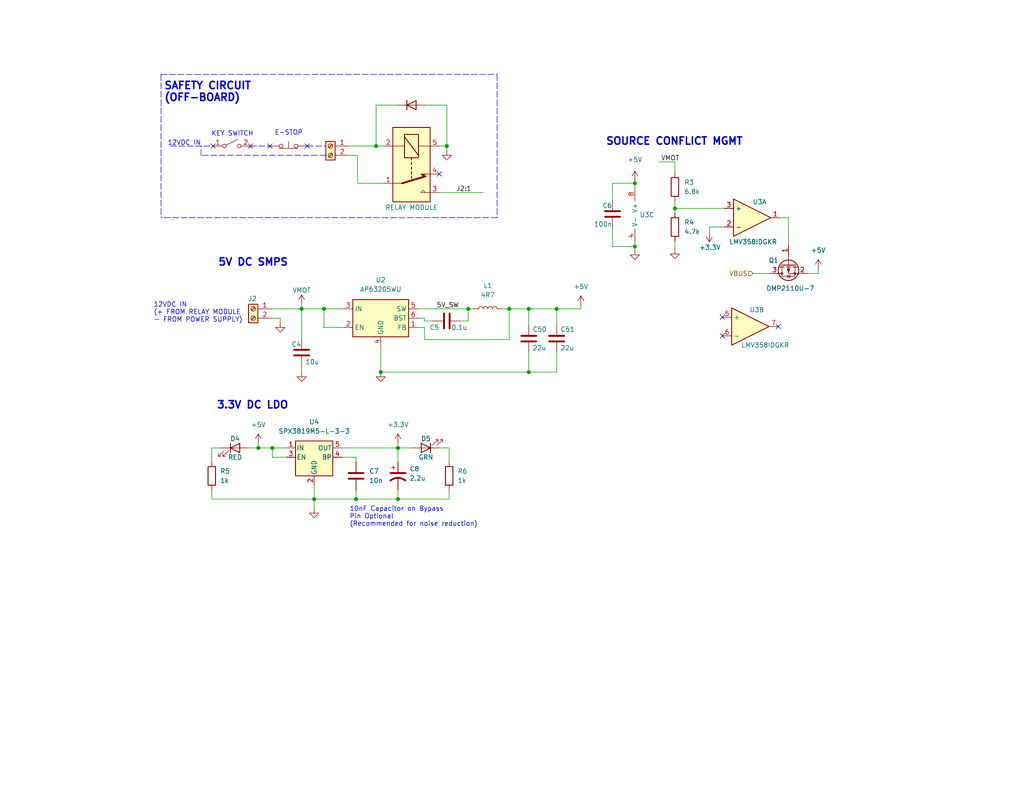
<source format=kicad_sch>
(kicad_sch (version 20211123) (generator eeschema)
  (paper "USLetter")
  (title_block (title "Power Supply - 5V SMPS and 3V3 LDO") (date "2023-04-26") (rev "1.0"))
  (lib_symbols
    (symbol "Connector:Screw_Terminal_01x02" (pin_names (offset 1.016) hide)
      (property "Reference" "J" (at 0 2.54 0))
      (property "Value" "Screw_Terminal_01x02" (at 0 -5.08 0))
      (symbol "Screw_Terminal_01x02_1_1"
        (rectangle (start -1.27 1.27) (end 1.27 -3.81) (stroke (width 0.254)) (fill (type background)))
        (circle (center 0 -2.54) (radius 0.635) (stroke (width 0.1524)))
        (polyline (pts (xy -0.5334 -2.2098) (xy 0.3302 -3.048)) (stroke (width 0.1524)))
        (polyline (pts (xy -0.5334 0.3302) (xy 0.3302 -0.508)) (stroke (width 0.1524)))
        (polyline (pts (xy -0.3556 -2.032) (xy 0.508 -2.8702)) (stroke (width 0.1524)))
        (polyline (pts (xy -0.3556 0.508) (xy 0.508 -0.3302)) (stroke (width 0.1524)))
        (circle (center 0 0) (radius 0.635) (stroke (width 0.1524)))
        (pin passive line (at -5.08 0 0) (length 3.81) (name "Pin_1") (number "1"))
        (pin passive line (at -5.08 -2.54 0) (length 3.81) (name "Pin_2") (number "2"))
      )
    )
    (symbol "Device:C" (pin_numbers hide) (pin_names (offset 0.254))
      (property "Reference" "C" (at 0.635 2.54 0))
      (property "Value" "C" (at 0.635 -2.54 0))
      (symbol "C_0_1"
        (polyline (pts (xy -2.032 -0.762) (xy 2.032 -0.762)) (stroke (width 0.508)))
        (polyline (pts (xy -2.032 0.762) (xy 2.032 0.762)) (stroke (width 0.508)))
      )
      (symbol "C_1_1"
        (pin passive line (at 0 3.81 270) (length 2.794) (name "~") (number "1"))
        (pin passive line (at 0 -3.81 90) (length 2.794) (name "~") (number "2"))
      )
    )
    (symbol "Device:C_Polarized_US" (pin_numbers hide) (pin_names (offset 0.254) hide)
      (property "Reference" "C" (at 0.635 2.54 0))
      (property "Value" "C_Polarized_US" (at 0.635 -2.54 0))
      (symbol "C_Polarized_US_0_1"
        (polyline (pts (xy -2.032 0.762) (xy 2.032 0.762)) (stroke (width 0.508)))
        (polyline (pts (xy -1.778 2.286) (xy -0.762 2.286)))
        (polyline (pts (xy -1.27 1.778) (xy -1.27 2.794)))
        (arc (start 2.032 -1.27) (mid 0 -0.5572) (end -2.032 -1.27) (stroke (width 0.508)))
      )
      (symbol "C_Polarized_US_1_1"
        (pin passive line (at 0 3.81 270) (length 2.794) (name "~") (number "1"))
        (pin passive line (at 0 -3.81 90) (length 3.302) (name "~") (number "2"))
      )
    )
    (symbol "Device:D" (pin_numbers hide) (pin_names (offset 1.016) hide)
      (property "Reference" "D" (at 0 2.54 0))
      (property "Value" "D" (at 0 -2.54 0))
      (symbol "D_0_1"
        (polyline (pts (xy -1.27 1.27) (xy -1.27 -1.27)) (stroke (width 0.254)))
        (polyline (pts (xy 1.27 0) (xy -1.27 0)))
        (polyline (pts (xy 1.27 1.27) (xy 1.27 -1.27) (xy -1.27 0) (xy 1.27 1.27)) (stroke (width 0.254)))
      )
      (symbol "D_1_1"
        (pin passive line (at -3.81 0 0) (length 2.54) (name "K") (number "1"))
        (pin passive line (at 3.81 0 180) (length 2.54) (name "A") (number "2"))
      )
    )
    (symbol "Device:L" (pin_numbers hide) (pin_names (offset 1.016) hide)
      (property "Reference" "L" (at -1.27 0 90))
      (property "Value" "L" (at 1.905 0 90))
      (symbol "L_0_1"
        (arc (start 0 -2.54) (mid 0.635 -1.905) (end 0 -1.27))
        (arc (start 0 -1.27) (mid 0.635 -0.635) (end 0 0))
        (arc (start 0 0) (mid 0.635 0.635) (end 0 1.27))
        (arc (start 0 1.27) (mid 0.635 1.905) (end 0 2.54))
      )
      (symbol "L_1_1"
        (pin passive line (at 0 3.81 270) (length 1.27) (name "1") (number "1"))
        (pin passive line (at 0 -3.81 90) (length 1.27) (name "2") (number "2"))
      )
    )
    (symbol "Device:LED" (pin_numbers hide) (pin_names (offset 1.016) hide)
      (property "Reference" "D" (at 0 2.54 0))
      (property "Value" "LED" (at 0 -2.54 0))
      (symbol "LED_0_1"
        (polyline (pts (xy -1.27 -1.27) (xy -1.27 1.27)) (stroke (width 0.254)))
        (polyline (pts (xy -1.27 0) (xy 1.27 0)))
        (polyline (pts (xy 1.27 -1.27) (xy 1.27 1.27) (xy -1.27 0) (xy 1.27 -1.27)) (stroke (width 0.254)))
        (polyline (pts (xy -3.048 -0.762) (xy -4.572 -2.286) (xy -3.81 -2.286) (xy -4.572 -2.286) (xy -4.572 -1.524)))
        (polyline (pts (xy -1.778 -0.762) (xy -3.302 -2.286) (xy -2.54 -2.286) (xy -3.302 -2.286) (xy -3.302 -1.524)))
      )
      (symbol "LED_1_1"
        (pin passive line (at -3.81 0 0) (length 2.54) (name "K") (number "1"))
        (pin passive line (at 3.81 0 180) (length 2.54) (name "A") (number "2"))
      )
    )
    (symbol "Device:Opamp_Dual"
      (property "Reference" "U" (at 0 5.08 0))
      (property "Value" "Opamp_Dual" (at 0 -5.08 0))
      (symbol "Opamp_Dual_1_1"
        (polyline (pts (xy -5.08 5.08) (xy 5.08 0) (xy -5.08 -5.08) (xy -5.08 5.08)) (stroke (width 0.254)) (fill (type background)))
        (pin output line (at 7.62 0 180) (length 2.54) (name "~") (number "1"))
        (pin input line (at -7.62 -2.54 0) (length 2.54) (name "-") (number "2"))
        (pin input line (at -7.62 2.54 0) (length 2.54) (name "+") (number "3"))
      )
      (symbol "Opamp_Dual_2_1"
        (polyline (pts (xy -5.08 5.08) (xy 5.08 0) (xy -5.08 -5.08) (xy -5.08 5.08)) (stroke (width 0.254)) (fill (type background)))
        (pin input line (at -7.62 2.54 0) (length 2.54) (name "+") (number "5"))
        (pin input line (at -7.62 -2.54 0) (length 2.54) (name "-") (number "6"))
        (pin output line (at 7.62 0 180) (length 2.54) (name "~") (number "7"))
      )
      (symbol "Opamp_Dual_3_1"
        (pin power_in line (at -2.54 -7.62 90) (length 3.81) (name "V-") (number "4"))
        (pin power_in line (at -2.54 7.62 270) (length 3.81) (name "V+") (number "8"))
      )
    )
    (symbol "Device:Q_PMOS_GSD" (pin_names (offset 0) hide)
      (property "Reference" "Q" (at 5.08 1.27 0))
      (property "Value" "Q_PMOS_GSD" (at 5.08 -1.27 0))
      (symbol "Q_PMOS_GSD_0_1"
        (polyline (pts (xy 0.254 0) (xy -2.54 0)))
        (polyline (pts (xy 0.254 1.905) (xy 0.254 -1.905)) (stroke (width 0.254)))
        (polyline (pts (xy 0.762 -1.27) (xy 0.762 -2.286)) (stroke (width 0.254)))
        (polyline (pts (xy 0.762 0.508) (xy 0.762 -0.508)) (stroke (width 0.254)))
        (polyline (pts (xy 0.762 2.286) (xy 0.762 1.27)) (stroke (width 0.254)))
        (polyline (pts (xy 2.54 2.54) (xy 2.54 1.778)))
        (polyline (pts (xy 2.54 -2.54) (xy 2.54 0) (xy 0.762 0)))
        (polyline (pts (xy 0.762 1.778) (xy 3.302 1.778) (xy 3.302 -1.778) (xy 0.762 -1.778)))
        (polyline (pts (xy 2.286 0) (xy 1.27 0.381) (xy 1.27 -0.381) (xy 2.286 0)) (fill (type outline)))
        (polyline (pts (xy 2.794 -0.508) (xy 2.921 -0.381) (xy 3.683 -0.381) (xy 3.81 -0.254)))
        (polyline (pts (xy 3.302 -0.381) (xy 2.921 0.254) (xy 3.683 0.254) (xy 3.302 -0.381)))
        (circle (center 1.651 0) (radius 2.794) (stroke (width 0.254)))
        (circle (center 2.54 -1.778) (radius 0.254) (fill (type outline)))
        (circle (center 2.54 1.778) (radius 0.254) (fill (type outline)))
      )
      (symbol "Q_PMOS_GSD_1_1"
        (pin input line (at -5.08 0 0) (length 2.54) (name "G") (number "1"))
        (pin passive line (at 2.54 -5.08 90) (length 2.54) (name "S") (number "2"))
        (pin passive line (at 2.54 5.08 270) (length 2.54) (name "D") (number "3"))
      )
    )
    (symbol "Device:R" (pin_numbers hide) (pin_names (offset 0))
      (property "Reference" "R" (at 2.032 0 90))
      (property "Value" "R" (at 0 0 90))
      (symbol "R_0_1"
        (rectangle (start -1.016 -2.54) (end 1.016 2.54) (stroke (width 0.254)))
      )
      (symbol "R_1_1"
        (pin passive line (at 0 3.81 270) (length 1.27) (name "~") (number "1"))
        (pin passive line (at 0 -3.81 90) (length 1.27) (name "~") (number "2"))
      )
    )
    (symbol "Regulator_Linear:SPX3819M5-L-3-3" (pin_names (offset 0.254))
      (property "Reference" "U" (at -3.81 5.715 0))
      (property "Value" "SPX3819M5-L-3-3" (at 0 5.715 0))
      (symbol "SPX3819M5-L-3-3_0_1"
        (rectangle (start -5.08 4.445) (end 5.08 -5.08) (stroke (width 0.254)) (fill (type background)))
      )
      (symbol "SPX3819M5-L-3-3_1_1"
        (pin power_in line (at -7.62 2.54 0) (length 2.54) (name "IN") (number "1"))
        (pin power_in line (at 0 -7.62 90) (length 2.54) (name "GND") (number "2"))
        (pin input line (at -7.62 0 0) (length 2.54) (name "EN") (number "3"))
        (pin input line (at 7.62 0 180) (length 2.54) (name "BP") (number "4"))
        (pin power_out line (at 7.62 2.54 180) (length 2.54) (name "OUT") (number "5"))
      )
    )
    (symbol "Regulator_Switching:AP63205WU"
      (property "Reference" "U" (at -7.62 6.35 0))
      (property "Value" "AP63205WU" (at 2.54 6.35 0))
      (symbol "AP63205WU_0_1"
        (rectangle (start -7.62 5.08) (end 7.62 -5.08) (stroke (width 0.254)) (fill (type background)))
      )
      (symbol "AP63205WU_1_1"
        (pin input line (at 10.16 -2.54 180) (length 2.54) (name "FB") (number "1"))
        (pin input line (at -10.16 -2.54 0) (length 2.54) (name "EN") (number "2"))
        (pin power_in line (at -10.16 2.54 0) (length 2.54) (name "IN") (number "3"))
        (pin power_in line (at 0 -7.62 90) (length 2.54) (name "GND") (number "4"))
        (pin output line (at 10.16 2.54 180) (length 2.54) (name "SW") (number "5"))
        (pin passive line (at 10.16 0 180) (length 2.54) (name "BST") (number "6"))
      )
    )
    (symbol "Relay:G5LE-1"
      (property "Reference" "K" (at 11.43 3.81 0))
      (property "Value" "G5LE-1" (at 11.43 1.27 0))
      (symbol "G5LE-1_0_0"
        (polyline (pts (xy 7.62 5.08) (xy 7.62 2.54) (xy 6.985 3.175) (xy 7.62 3.81)))
      )
      (symbol "G5LE-1_0_1"
        (rectangle (start -10.16 5.08) (end 10.16 -5.08) (stroke (width 0.254)) (fill (type background)))
        (rectangle (start -8.255 1.905) (end -1.905 -1.905) (stroke (width 0.254)))
        (polyline (pts (xy -7.62 -1.905) (xy -2.54 1.905)) (stroke (width 0.254)))
        (polyline (pts (xy -5.08 -5.08) (xy -5.08 -1.905)))
        (polyline (pts (xy -5.08 5.08) (xy -5.08 1.905)))
        (polyline (pts (xy -1.905 0) (xy -1.27 0)) (stroke (width 0.254)))
        (polyline (pts (xy -0.635 0) (xy 0 0)) (stroke (width 0.254)))
        (polyline (pts (xy 0.635 0) (xy 1.27 0)) (stroke (width 0.254)))
        (polyline (pts (xy 1.905 0) (xy 2.54 0)) (stroke (width 0.254)))
        (polyline (pts (xy 3.175 0) (xy 3.81 0)) (stroke (width 0.254)))
        (polyline (pts (xy 5.08 -2.54) (xy 3.175 3.81)) (stroke (width 0.508)))
        (polyline (pts (xy 5.08 -2.54) (xy 5.08 -5.08)))
        (polyline (pts (xy 2.54 5.08) (xy 2.54 2.54) (xy 3.175 3.175) (xy 2.54 3.81)) (fill (type outline)))
      )
      (symbol "G5LE-1_1_1"
        (pin passive line (at 5.08 -7.62 90) (length 2.54) (name "~") (number "1"))
        (pin passive line (at -5.08 -7.62 90) (length 2.54) (name "~") (number "2"))
        (pin passive line (at 7.62 7.62 270) (length 2.54) (name "~") (number "3"))
        (pin passive line (at 2.54 7.62 270) (length 2.54) (name "~") (number "4"))
        (pin passive line (at -5.08 7.62 270) (length 2.54) (name "~") (number "5"))
      )
    )
    (symbol "Switch:SW_Push_Open" (pin_numbers hide) (pin_names (offset 1.016) hide)
      (property "Reference" "SW" (at 0 2.54 0))
      (property "Value" "SW_Push_Open" (at 0 -1.905 0))
      (symbol "SW_Push_Open_0_1"
        (circle (center -2.032 0) (radius 0.508))
        (polyline (pts (xy -2.54 -0.635) (xy 2.54 -0.635)))
        (polyline (pts (xy 0 -0.635) (xy 0 1.27)))
        (circle (center 2.032 0) (radius 0.508))
        (pin passive line (at -5.08 0 0) (length 2.54) (name "A") (number "1"))
      )
      (symbol "SW_Push_Open_1_1"
        (pin passive line (at 5.08 0 180) (length 2.54) (name "B") (number "2"))
      )
    )
    (symbol "Switch:SW_SPST" (pin_names (offset 0) hide)
      (property "Reference" "SW" (at 0 3.175 0))
      (property "Value" "SW_SPST" (at 0 -2.54 0))
      (symbol "SW_SPST_0_0"
        (circle (center -2.032 0) (radius 0.508))
        (polyline (pts (xy -1.524 0.254) (xy 1.524 1.778)))
        (circle (center 2.032 0) (radius 0.508))
      )
      (symbol "SW_SPST_1_1"
        (pin passive line (at -5.08 0 0) (length 2.54) (name "A") (number "1"))
        (pin passive line (at 5.08 0 180) (length 2.54) (name "B") (number "2"))
      )
    )
    (symbol "USER_TMC2209:VMOT" (power) (pin_names (offset 0))
      (property "Value" "VMOT" (at 0 3.556 0))
      (symbol "VMOT_0_1"
        (polyline (pts (xy -0.762 1.27) (xy 0 2.54)))
        (polyline (pts (xy 0 0) (xy 0 2.54)))
        (polyline (pts (xy 0 2.54) (xy 0.762 1.27)))
      )
      (symbol "VMOT_1_1"
        (pin power_in line (at 0 0 90) (length 0) hide (name "VMOT") (number "1"))
      )
    )
    (symbol "power:+3.3V" (power) (pin_names (offset 0))
      (property "Value" "+3.3V" (at 0 3.556 0))
      (symbol "+3.3V_0_1"
        (polyline (pts (xy -0.762 1.27) (xy 0 2.54)))
        (polyline (pts (xy 0 0) (xy 0 2.54)))
        (polyline (pts (xy 0 2.54) (xy 0.762 1.27)))
      )
      (symbol "+3.3V_1_1"
        (pin power_in line (at 0 0 90) (length 0) hide (name "+3.3V") (number "1"))
      )
    )
    (symbol "power:+5V" (power) (pin_names (offset 0))
      (property "Value" "+5V" (at 0 3.556 0))
      (symbol "+5V_0_1"
        (polyline (pts (xy -0.762 1.27) (xy 0 2.54)))
        (polyline (pts (xy 0 0) (xy 0 2.54)))
        (polyline (pts (xy 0 2.54) (xy 0.762 1.27)))
      )
      (symbol "+5V_1_1"
        (pin power_in line (at 0 0 90) (length 0) hide (name "+5V") (number "1"))
      )
    )
    (symbol "power:GND" (power) (pin_names (offset 0))
      (property "Value" "GND" (at 0 -3.81 0))
      (symbol "GND_0_1"
        (polyline (pts (xy 0 0) (xy 0 -1.27) (xy 1.27 -1.27) (xy 0 -2.54) (xy -1.27 -1.27) (xy 0 -1.27)))
      )
      (symbol "GND_1_1"
        (pin power_in line (at 0 0 270) (length 0) hide (name "GND") (number "1"))
      )
    )
  )
  (junction (at 151.892 84.328))
  (junction (at 108.585 136.271))
  (junction (at 74.295 122.301))
  (junction (at 88.392 84.328))
  (junction (at 108.585 122.301))
  (junction (at 144.272 84.328))
  (junction (at 144.272 101.6))
  (junction (at 103.886 101.6))
  (junction (at 138.938 84.328))
  (junction (at 127.762 84.328))
  (junction (at 121.92 39.878))
  (junction (at 184.15 56.896))
  (junction (at 82.296 84.328))
  (junction (at 102.616 39.878))
  (junction (at 97.155 136.271))
  (junction (at 173.228 50.038))
  (junction (at 70.485 122.301))
  (junction (at 85.725 136.271))
  (junction (at 173.228 67.31))
  (no_connect (at 73.66 39.878))
  (no_connect (at 68.326 39.878))
  (no_connect (at 58.166 39.878))
  (no_connect (at 83.82 39.878))
  (no_connect (at 212.344 89.154))
  (no_connect (at 197.104 86.614))
  (no_connect (at 197.104 91.694))
  (no_connect (at 119.888 47.498))
  (wire (pts (xy 108.585 121.031) (xy 108.585 122.301)))
  (wire (pts (xy 108.585 122.301) (xy 108.585 126.111)))
  (wire (pts (xy 121.92 28.702) (xy 121.92 39.878)))
  (wire (pts (xy 74.168 84.328) (xy 82.296 84.328)))
  (wire (pts (xy 78.105 124.841) (xy 74.295 124.841)))
  (wire (pts (xy 173.228 67.31) (xy 173.228 68.326)))
  (wire (pts (xy 97.155 136.271) (xy 85.725 136.271)))
  (wire (pts (xy 184.15 44.196) (xy 184.15 47.244)))
  (wire (pts (xy 144.272 96.266) (xy 144.272 101.6)))
  (wire (pts (xy 173.228 49.276) (xy 173.228 50.038)))
  (wire (pts (xy 70.485 121.031) (xy 70.485 122.301)))
  (polyline (pts (xy 83.82 39.878) (xy 88.9 39.878)))
  (wire (pts (xy 85.725 136.271) (xy 85.725 138.811)))
  (wire (pts (xy 125.73 87.63) (xy 127.762 87.63)))
  (polyline (pts (xy 54.864 42.418) (xy 54.864 39.878)))
  (wire (pts (xy 85.725 132.461) (xy 85.725 136.271)))
  (wire (pts (xy 151.892 84.328) (xy 158.496 84.328)))
  (wire (pts (xy 136.906 84.328) (xy 138.938 84.328)))
  (wire (pts (xy 97.155 133.731) (xy 97.155 136.271)))
  (wire (pts (xy 167.132 54.61) (xy 167.132 50.038)))
  (wire (pts (xy 223.266 74.676) (xy 223.266 73.406)))
  (wire (pts (xy 127.762 84.328) (xy 129.286 84.328)))
  (wire (pts (xy 119.888 52.578) (xy 131.826 52.578)))
  (wire (pts (xy 179.832 44.196) (xy 184.15 44.196)))
  (wire (pts (xy 184.15 56.896) (xy 197.612 56.896)))
  (wire (pts (xy 88.392 89.408) (xy 88.392 84.328)))
  (wire (pts (xy 144.272 88.646) (xy 144.272 84.328)))
  (wire (pts (xy 93.726 89.408) (xy 88.392 89.408)))
  (wire (pts (xy 212.852 59.436) (xy 215.138 59.436)))
  (polyline (pts (xy 135.636 59.436) (xy 43.942 59.436)))
  (wire (pts (xy 74.295 122.301) (xy 78.105 122.301)))
  (wire (pts (xy 116.078 28.702) (xy 121.92 28.702)))
  (wire (pts (xy 144.272 101.6) (xy 151.892 101.6)))
  (wire (pts (xy 122.555 133.731) (xy 122.555 136.271)))
  (wire (pts (xy 57.785 122.301) (xy 60.325 122.301)))
  (polyline (pts (xy 43.942 20.32) (xy 135.636 20.32)))
  (wire (pts (xy 184.15 54.864) (xy 184.15 56.896)))
  (wire (pts (xy 103.886 94.488) (xy 103.886 101.6)))
  (wire (pts (xy 220.218 74.676) (xy 223.266 74.676)))
  (wire (pts (xy 82.296 83.058) (xy 82.296 84.328)))
  (wire (pts (xy 184.15 65.786) (xy 184.15 68.072)))
  (wire (pts (xy 115.824 87.63) (xy 118.11 87.63)))
  (wire (pts (xy 167.132 67.31) (xy 173.228 67.31)))
  (wire (pts (xy 82.296 84.328) (xy 88.392 84.328)))
  (wire (pts (xy 108.585 136.271) (xy 122.555 136.271)))
  (wire (pts (xy 115.824 92.71) (xy 138.938 92.71)))
  (wire (pts (xy 167.132 62.23) (xy 167.132 67.31)))
  (wire (pts (xy 205.486 74.676) (xy 210.058 74.676)))
  (wire (pts (xy 97.155 124.841) (xy 97.155 126.111)))
  (wire (pts (xy 114.046 84.328) (xy 127.762 84.328)))
  (wire (pts (xy 151.892 84.328) (xy 151.892 88.646)))
  (wire (pts (xy 115.824 89.408) (xy 115.824 92.71)))
  (polyline (pts (xy 135.636 20.32) (xy 135.636 59.436)))
  (wire (pts (xy 193.548 61.976) (xy 197.612 61.976)))
  (wire (pts (xy 57.785 133.731) (xy 57.785 136.271)))
  (wire (pts (xy 88.392 84.328) (xy 93.726 84.328)))
  (wire (pts (xy 115.824 86.868) (xy 115.824 87.63)))
  (wire (pts (xy 82.296 100.076) (xy 82.296 101.6)))
  (polyline (pts (xy 46.482 39.878) (xy 58.166 39.878)))
  (wire (pts (xy 144.272 84.328) (xy 151.892 84.328)))
  (polyline (pts (xy 43.942 20.32) (xy 43.942 59.436)))
  (wire (pts (xy 67.945 122.301) (xy 70.485 122.301)))
  (wire (pts (xy 97.536 50.038) (xy 104.648 50.038)))
  (wire (pts (xy 122.555 122.301) (xy 122.555 126.111)))
  (polyline (pts (xy 88.9 42.418) (xy 54.864 42.418)))
  (wire (pts (xy 108.585 136.271) (xy 97.155 136.271)))
  (wire (pts (xy 93.345 122.301) (xy 108.585 122.301)))
  (wire (pts (xy 114.046 89.408) (xy 115.824 89.408)))
  (wire (pts (xy 158.496 83.312) (xy 158.496 84.328)))
  (wire (pts (xy 108.585 122.301) (xy 112.395 122.301)))
  (wire (pts (xy 108.458 28.702) (xy 102.616 28.702)))
  (wire (pts (xy 127.762 87.63) (xy 127.762 84.328)))
  (wire (pts (xy 193.548 63.5) (xy 193.548 61.976)))
  (wire (pts (xy 93.345 124.841) (xy 97.155 124.841)))
  (wire (pts (xy 103.886 101.6) (xy 144.272 101.6)))
  (wire (pts (xy 95.25 42.418) (xy 97.536 42.418)))
  (wire (pts (xy 76.454 86.868) (xy 76.454 88.138)))
  (wire (pts (xy 173.228 50.038) (xy 173.228 51.054)))
  (wire (pts (xy 138.938 84.328) (xy 144.272 84.328)))
  (wire (pts (xy 97.536 42.418) (xy 97.536 50.038)))
  (wire (pts (xy 108.585 133.731) (xy 108.585 136.271)))
  (wire (pts (xy 138.938 92.71) (xy 138.938 84.328)))
  (wire (pts (xy 74.168 86.868) (xy 76.454 86.868)))
  (wire (pts (xy 57.785 126.111) (xy 57.785 122.301)))
  (wire (pts (xy 151.892 101.6) (xy 151.892 96.266)))
  (wire (pts (xy 95.25 39.878) (xy 102.616 39.878)))
  (wire (pts (xy 82.296 84.328) (xy 82.296 92.456)))
  (wire (pts (xy 102.616 39.878) (xy 104.648 39.878)))
  (wire (pts (xy 120.015 122.301) (xy 122.555 122.301)))
  (wire (pts (xy 74.295 124.841) (xy 74.295 122.301)))
  (wire (pts (xy 57.785 136.271) (xy 85.725 136.271)))
  (wire (pts (xy 119.888 39.878) (xy 121.92 39.878)))
  (wire (pts (xy 167.132 50.038) (xy 173.228 50.038)))
  (wire (pts (xy 102.616 28.702) (xy 102.616 39.878)))
  (wire (pts (xy 121.92 39.878) (xy 121.92 41.148)))
  (wire (pts (xy 70.485 122.301) (xy 74.295 122.301)))
  (wire (pts (xy 184.15 56.896) (xy 184.15 58.166)))
  (wire (pts (xy 173.228 66.294) (xy 173.228 67.31)))
  (wire (pts (xy 215.138 59.436) (xy 215.138 67.056)))
  (polyline (pts (xy 68.326 39.878) (xy 73.66 39.878)))
  (wire (pts (xy 114.046 86.868) (xy 115.824 86.868)))
  (text "12VDC IN" (at 45.72 39.878 0) (effects (font (size 1.27 1.27)) (justify left bottom)))
  (text "3.3V DC LDO" (at 59.055 111.887 0) (effects (font (size 2 2) (thickness 0.4) bold) (justify left bottom)))
  (text "5V DC SMPS" (at 59.436 72.898 0) (effects (font (size 2 2) (thickness 0.4) bold) (justify left bottom)))
  (text "KEY SWITCH" (at 57.658 37.338 0) (effects (font (size 1.27 1.27)) (justify left bottom)))
  (text "E-STOP" (at 74.93 37.084 0) (effects (font (size 1.27 1.27)) (justify left bottom)))
  (text "SOURCE CONFLICT MGMT" (at 165.227 39.878 0) (effects (font (size 2 2) (thickness 0.4) bold) (justify left bottom)))
  (text "10nF Capacitor on Bypass \nPin Optional\n(Recommended for noise reduction)\n" (at 95.377 143.891 0) (effects (font (size 1.27 1.27)) (justify left bottom)))
  (text "12VDC IN\n(+ FROM RELAY MODULE\n- FROM POWER SUPPLY)" (at 41.91 88.138 0) (effects (font (size 1.27 1.27)) (justify left bottom)))
  (text "SAFETY CIRCUIT\n(OFF-BOARD)" (at 44.704 27.94 0) (effects (font (size 2 2) (thickness 0.4) bold) (justify left bottom)))
  (label "5V_SW" (at 119.126 84.328 0))
  (label "VMOT" (at 180.34 44.196 0))
  (label "J2:1" (at 124.46 52.578 0))
  (hierarchical_label "VBUS" (shape input) (at 205.486 74.676 180))
  (symbol (lib_id "Device:R") (at 184.15 61.976 0) (unit 1)
    (property "Reference" "R4" (at 186.69 60.7059 0) (effects (justify left)))
    (property "Value" "4.7k" (at 186.69 63.2459 0) (effects (justify left)))
    (property "Footprint" "Resistor_SMD:R_0603_1608Metric" (effects hide))
  )
  (symbol (lib_id "Device:C") (at 82.296 96.266 0) (unit 1)
    (property "Reference" "C4" (at 79.502 93.98 0) (effects (justify left)))
    (property "Value" "10u" (at 83.312 98.806 0) (effects (justify left)))
    (property "Footprint" "Capacitor_SMD:C_1210_3225Metric" (effects hide))
  )
  (symbol (lib_id "Device:R") (at 57.785 129.921 0) (unit 1)
    (property "Reference" "R5" (at 60.071 128.6509 0) (effects (justify left)))
    (property "Value" "1k" (at 60.071 131.1909 0) (effects (justify left)))
    (property "Footprint" "Resistor_SMD:R_0603_1608Metric" (effects hide))
  )
  (symbol (lib_id "Device:R") (at 184.15 51.054 0) (unit 1)
    (property "Reference" "R3" (at 186.69 49.7839 0) (effects (justify left)))
    (property "Value" "6.8k" (at 186.69 52.3239 0) (effects (justify left)))
    (property "Footprint" "Resistor_SMD:R_0603_1608Metric" (effects hide))
  )
  (symbol (lib_id "power:GND") (at 173.228 68.326 0) (unit 1)
    (property "Reference" "#PWR0120" (effects hide))
    (property "Value" "GND" (effects hide))
  )
  (symbol (lib_id "Device:C") (at 97.155 129.921 0) (unit 1)
    (property "Reference" "C7" (at 100.711 128.6509 0) (effects (justify left)))
    (property "Value" "10n" (at 100.711 131.1909 0) (effects (justify left)))
    (property "Footprint" "Capacitor_SMD:C_0603_1608Metric" (effects hide))
  )
  (symbol (lib_id "power:GND") (at 76.454 88.138 0) (unit 1)
    (property "Reference" "#PWR0119" (effects hide))
    (property "Value" "GND" (effects hide))
  )
  (symbol (lib_id "Device:LED") (at 116.205 122.301 180) (unit 1)
    (property "Reference" "D5" (at 116.205 119.761 0))
    (property "Value" "GRN" (at 116.205 124.841 0))
    (property "Footprint" "LED_SMD:LED_0805_2012Metric" (effects hide))
  )
  (symbol (lib_id "power:GND") (at 121.92 41.148 0) (unit 1)
    (property "Reference" "#PWR02" (effects hide))
    (property "Value" "GND" (effects hide))
  )
  (symbol (lib_id "Regulator_Switching:AP63205WU") (at 103.886 86.868 0) (unit 1)
    (property "Reference" "U2" (at 103.886 76.454 0))
    (property "Value" "AP63205WU" (at 103.886 78.994 0))
    (property "Footprint" "Package_TO_SOT_SMD:TSOT-23-6" (effects hide))
    (property "Datasheet" "https://www.diodes.com/assets/Datasheets/AP63200-AP63201-AP63203-AP63205.pdf" (effects hide))
  )
  (symbol (lib_id "Device:Q_PMOS_GSD") (at 215.138 72.136 90) (mirror x) (unit 1)
    (property "Reference" "Q1" (at 211.074 71.12 90))
    (property "Value" "DMP2110U-7" (at 215.646 78.74 90))
    (property "Footprint" "Package_TO_SOT_SMD:SOT-23" (effects hide))
  )
  (symbol (lib_id "power:+5V") (at 158.496 83.312 0) (unit 1)
    (property "Reference" "#PWR0109" (effects hide))
    (property "Value" "+5V" (at 158.496 78.232 0))
  )
  (symbol (lib_id "Switch:SW_SPST") (at 63.246 39.878 0) (unit 1) (in_bom no) (on_board no)
    (property "Reference" "SW-KEY1" (effects hide))
    (property "Value" "SW_SPST" (effects hide))
  )
  (symbol (lib_id "Device:C") (at 151.892 92.456 0) (unit 1)
    (property "Reference" "C51" (at 152.908 89.916 0) (effects (justify left)))
    (property "Value" "22u" (at 152.908 94.996 0) (effects (justify left)))
    (property "Footprint" "Capacitor_SMD:C_1210_3225Metric" (effects hide))
  )
  (symbol (lib_id "Device:C") (at 167.132 58.42 0) (unit 1)
    (property "Reference" "C6" (at 164.338 56.134 0) (effects (justify left)))
    (property "Value" "100n" (at 162.052 61.214 0) (effects (justify left)))
    (property "Footprint" "Capacitor_SMD:C_0603_1608Metric" (effects hide))
  )
  (symbol (lib_id "USER_TMC2209:VMOT") (at 82.296 83.058 0) (unit 1)
    (property "Reference" "#PWR03" (effects hide))
    (property "Value" "VMOT" (at 82.296 79.248 0))
  )
  (symbol (lib_id "Device:C_Polarized_US") (at 108.585 129.921 0) (unit 1)
    (property "Reference" "C8" (at 111.76 128.0159 0) (effects (justify left)))
    (property "Value" "2.2u" (at 111.76 130.5559 0) (effects (justify left)))
    (property "Footprint" "Capacitor_SMD:C_0805_2012Metric" (effects hide))
  )
  (symbol (lib_id "Device:R") (at 122.555 129.921 0) (unit 1)
    (property "Reference" "R6" (at 124.841 128.6509 0) (effects (justify left)))
    (property "Value" "1k" (at 124.841 131.1909 0) (effects (justify left)))
    (property "Footprint" "Resistor_SMD:R_0603_1608Metric" (effects hide))
  )
  (symbol (lib_id "Device:D") (at 112.268 28.702 0) (unit 1) (in_bom no) (on_board no)
    (property "Reference" "D11" (effects hide))
    (property "Value" "S3G-13-F" (effects hide))
    (property "Footprint" "Diode_SMD:D_SMC" (effects hide))
  )
  (symbol (lib_id "Device:C") (at 144.272 92.456 0) (unit 1)
    (property "Reference" "C50" (at 145.288 89.916 0) (effects (justify left)))
    (property "Value" "22u" (at 145.288 94.996 0) (effects (justify left)))
    (property "Footprint" "Capacitor_SMD:C_1210_3225Metric" (effects hide))
  )
  (symbol (lib_id "Device:LED") (at 64.135 122.301 0) (unit 1)
    (property "Reference" "D4" (at 64.135 119.761 0))
    (property "Value" "RED" (at 64.135 124.841 0))
    (property "Footprint" "LED_SMD:LED_0805_2012Metric" (effects hide))
  )
  (symbol (lib_id "Device:Opamp_Dual") (at 204.724 89.154 0) (unit 2)
    (property "Reference" "U3" (at 206.502 84.582 0))
    (property "Value" "LMV358IDGKR" (at 208.788 94.234 0))
    (property "Footprint" "Package_SO:VSSOP-8_3.0x3.0mm_P0.65mm" (effects hide))
  )
  (symbol (lib_id "Device:L") (at 133.096 84.328 90) (unit 1)
    (property "Reference" "L1" (at 133.096 77.978 90))
    (property "Value" "4R7" (at 133.096 80.518 90))
    (property "Footprint" "USER_TMC2209:FXL0420-4R7-M" (effects hide))
  )
  (symbol (lib_id "Connector:Screw_Terminal_01x02") (at 90.17 39.878 0) (mirror y) (unit 1) (in_bom no) (on_board no)
    (property "Reference" "J-RMOD1" (effects hide))
    (property "Value" "1935776" (effects hide))
    (property "Footprint" "TerminalBlock_Phoenix:TerminalBlock_Phoenix_MKDS-1,5-2_1x02_P5.00mm_Horizontal" (effects hide))
    (property "MFG" "Phoenix Contact" (effects hide))
    (property "P/N" "1935776" (effects hide))
  )
  (symbol (lib_id "Relay:G5LE-1") (at 112.268 44.958 270) (unit 1) (in_bom no) (on_board no)
    (property "Reference" "K-RELAY1" (effects hide))
    (property "Value" "RELAY MODULE" (at 112.268 56.642 90))
    (property "Footprint" "Relay_THT:Relay_SPDT_Omron-G5LE-1" (effects hide))
    (property "Datasheet" "http://www.omron.com/ecb/products/pdf/en-g5le.pdf" (effects hide))
  )
  (symbol (lib_id "Switch:SW_Push_Open") (at 78.74 39.878 0) (unit 1) (in_bom no) (on_board no)
    (property "Reference" "SW-ESTOP1" (effects hide))
    (property "Value" "SW_Push_Open" (effects hide))
  )
  (symbol (lib_id "Connector:Screw_Terminal_01x02") (at 69.088 84.328 0) (mirror y) (unit 1)
    (property "Reference" "J2" (at 70.104 81.534 0) (effects (justify left)))
    (property "Value" "1935776" (effects hide))
    (property "Footprint" "TerminalBlock_Phoenix:TerminalBlock_Phoenix_MKDS-1,5-2_1x02_P5.00mm_Horizontal" (effects hide))
    (property "MFG" "Phoenix Contact" (effects hide))
    (property "P/N" "1935776" (effects hide))
  )
  (symbol (lib_id "power:+5V") (at 173.228 49.276 0) (unit 1)
    (property "Reference" "#PWR0118" (effects hide))
    (property "Value" "+5V" (at 173.228 43.561 0))
  )
  (symbol (lib_id "power:GND") (at 103.886 101.6 0) (unit 1)
    (property "Reference" "#PWR0105" (effects hide))
    (property "Value" "GND" (effects hide))
  )
  (symbol (lib_id "power:GND") (at 82.296 101.6 0) (unit 1)
    (property "Reference" "#PWR0104" (effects hide))
    (property "Value" "GND" (effects hide))
  )
  (symbol (lib_id "power:GND") (at 85.725 138.811 0) (unit 1)
    (property "Reference" "#PWR0101" (effects hide))
    (property "Value" "GND" (effects hide))
  )
  (symbol (lib_id "Regulator_Linear:SPX3819M5-L-3-3") (at 85.725 124.841 0) (unit 1)
    (property "Reference" "U4" (at 85.725 115.189 0))
    (property "Value" "SPX3819M5-L-3-3" (at 85.725 117.729 0))
    (property "Footprint" "Package_TO_SOT_SMD:SOT-23-5" (effects hide))
    (property "Datasheet" "https://www.exar.com/content/document.ashx?id=22106&languageid=1033&type=Datasheet&partnumber=SPX3819&filename=SPX3819.pdf&part=SPX3819" (effects hide))
  )
  (symbol (lib_id "power:+3.3V") (at 193.548 63.5 180) (unit 1)
    (property "Reference" "#PWR0125" (effects hide))
    (property "Value" "+3.3V" (at 190.754 67.564 0) (effects (justify right)))
  )
  (symbol (lib_id "power:+5V") (at 70.485 121.031 0) (unit 1)
    (property "Reference" "#PWR0102" (effects hide))
    (property "Value" "+5V" (at 70.485 115.951 0))
  )
  (symbol (lib_id "Device:Opamp_Dual") (at 175.768 58.674 0) (unit 3)
    (property "Reference" "U3" (at 174.498 58.6739 0) (effects (justify left)))
    (property "Value" "LMV358IDGKR" (effects hide))
    (property "Footprint" "Package_SO:VSSOP-8_3.0x3.0mm_P0.65mm" (effects hide))
  )
  (symbol (lib_id "power:GND") (at 184.15 68.072 0) (unit 1)
    (property "Reference" "#PWR0121" (effects hide))
    (property "Value" "GND" (effects hide))
  )
  (symbol (lib_id "power:+5V") (at 223.266 73.406 0) (unit 1)
    (property "Reference" "#PWR0126" (effects hide))
    (property "Value" "+5V" (at 223.266 68.326 0))
  )
  (symbol (lib_id "Device:C") (at 121.92 87.63 90) (unit 1)
    (property "Reference" "C5" (at 119.888 89.408 90) (effects (justify left)))
    (property "Value" "0.1u" (at 127.508 89.408 90) (effects (justify left)))
    (property "Footprint" "Capacitor_SMD:C_0603_1608Metric" (effects hide))
  )
  (symbol (lib_id "power:+3.3V") (at 108.585 121.031 0) (unit 1)
    (property "Reference" "#PWR0103" (effects hide))
    (property "Value" "+3.3V" (at 108.585 115.951 0))
  )
  (symbol (lib_id "Device:Opamp_Dual") (at 205.232 59.436 0) (unit 1)
    (property "Reference" "U3" (at 207.264 55.118 0))
    (property "Value" "LMV358IDGKR" (at 205.486 66.04 0))
    (property "Footprint" "Package_SO:VSSOP-8_3.0x3.0mm_P0.65mm" (effects hide))
  )
)
</source>
